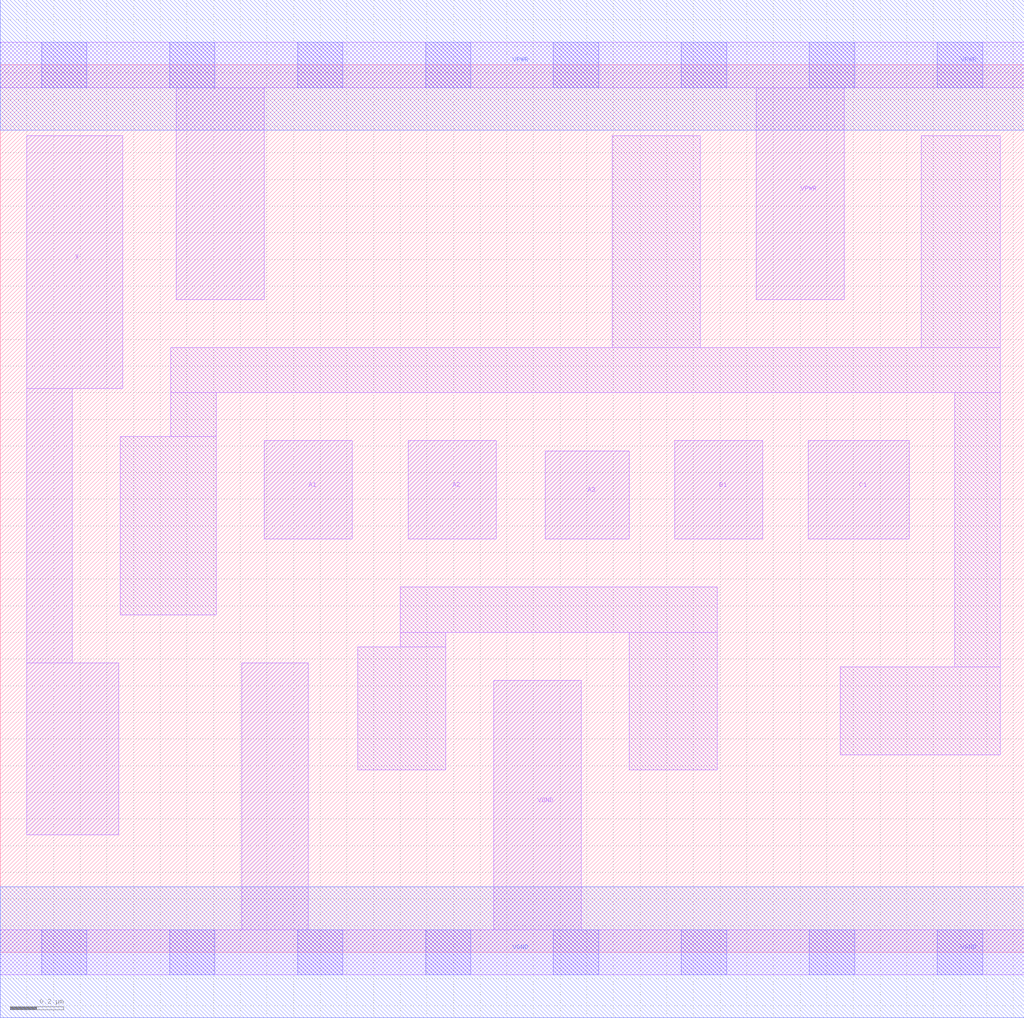
<source format=lef>
# Copyright 2020 The SkyWater PDK Authors
#
# Licensed under the Apache License, Version 2.0 (the "License");
# you may not use this file except in compliance with the License.
# You may obtain a copy of the License at
#
#     https://www.apache.org/licenses/LICENSE-2.0
#
# Unless required by applicable law or agreed to in writing, software
# distributed under the License is distributed on an "AS IS" BASIS,
# WITHOUT WARRANTIES OR CONDITIONS OF ANY KIND, either express or implied.
# See the License for the specific language governing permissions and
# limitations under the License.
#
# SPDX-License-Identifier: Apache-2.0

VERSION 5.7 ;
  NAMESCASESENSITIVE ON ;
  NOWIREEXTENSIONATPIN ON ;
  DIVIDERCHAR "/" ;
  BUSBITCHARS "[]" ;
UNITS
  DATABASE MICRONS 200 ;
END UNITS
MACRO sky130_fd_sc_lp__o311a_lp
  CLASS CORE ;
  SOURCE USER ;
  FOREIGN sky130_fd_sc_lp__o311a_lp ;
  ORIGIN  0.000000  0.000000 ;
  SIZE  3.840000 BY  3.330000 ;
  SYMMETRY X Y R90 ;
  SITE unit ;
  PIN A1
    ANTENNAGATEAREA  0.313000 ;
    DIRECTION INPUT ;
    USE SIGNAL ;
    PORT
      LAYER li1 ;
        RECT 0.990000 1.550000 1.320000 1.920000 ;
    END
  END A1
  PIN A2
    ANTENNAGATEAREA  0.313000 ;
    DIRECTION INPUT ;
    USE SIGNAL ;
    PORT
      LAYER li1 ;
        RECT 1.530000 1.550000 1.860000 1.920000 ;
    END
  END A2
  PIN A3
    ANTENNAGATEAREA  0.313000 ;
    DIRECTION INPUT ;
    USE SIGNAL ;
    PORT
      LAYER li1 ;
        RECT 2.045000 1.550000 2.360000 1.880000 ;
    END
  END A3
  PIN B1
    ANTENNAGATEAREA  0.313000 ;
    DIRECTION INPUT ;
    USE SIGNAL ;
    PORT
      LAYER li1 ;
        RECT 2.530000 1.550000 2.860000 1.920000 ;
    END
  END B1
  PIN C1
    ANTENNAGATEAREA  0.313000 ;
    DIRECTION INPUT ;
    USE SIGNAL ;
    PORT
      LAYER li1 ;
        RECT 3.030000 1.550000 3.410000 1.920000 ;
    END
  END C1
  PIN X
    ANTENNADIFFAREA  0.404700 ;
    DIRECTION OUTPUT ;
    USE SIGNAL ;
    PORT
      LAYER li1 ;
        RECT 0.100000 0.440000 0.445000 1.085000 ;
        RECT 0.100000 1.085000 0.270000 2.115000 ;
        RECT 0.100000 2.115000 0.460000 3.065000 ;
    END
  END X
  PIN VGND
    DIRECTION INOUT ;
    USE GROUND ;
    PORT
      LAYER li1 ;
        RECT 0.000000 -0.085000 3.840000 0.085000 ;
        RECT 0.905000  0.085000 1.155000 1.085000 ;
        RECT 1.850000  0.085000 2.180000 1.020000 ;
      LAYER mcon ;
        RECT 0.155000 -0.085000 0.325000 0.085000 ;
        RECT 0.635000 -0.085000 0.805000 0.085000 ;
        RECT 1.115000 -0.085000 1.285000 0.085000 ;
        RECT 1.595000 -0.085000 1.765000 0.085000 ;
        RECT 2.075000 -0.085000 2.245000 0.085000 ;
        RECT 2.555000 -0.085000 2.725000 0.085000 ;
        RECT 3.035000 -0.085000 3.205000 0.085000 ;
        RECT 3.515000 -0.085000 3.685000 0.085000 ;
      LAYER met1 ;
        RECT 0.000000 -0.245000 3.840000 0.245000 ;
    END
  END VGND
  PIN VPWR
    DIRECTION INOUT ;
    USE POWER ;
    PORT
      LAYER li1 ;
        RECT 0.000000 3.245000 3.840000 3.415000 ;
        RECT 0.660000 2.450000 0.990000 3.245000 ;
        RECT 2.835000 2.450000 3.165000 3.245000 ;
      LAYER mcon ;
        RECT 0.155000 3.245000 0.325000 3.415000 ;
        RECT 0.635000 3.245000 0.805000 3.415000 ;
        RECT 1.115000 3.245000 1.285000 3.415000 ;
        RECT 1.595000 3.245000 1.765000 3.415000 ;
        RECT 2.075000 3.245000 2.245000 3.415000 ;
        RECT 2.555000 3.245000 2.725000 3.415000 ;
        RECT 3.035000 3.245000 3.205000 3.415000 ;
        RECT 3.515000 3.245000 3.685000 3.415000 ;
      LAYER met1 ;
        RECT 0.000000 3.085000 3.840000 3.575000 ;
    END
  END VPWR
  OBS
    LAYER li1 ;
      RECT 0.450000 1.265000 0.810000 1.935000 ;
      RECT 0.640000 1.935000 0.810000 2.100000 ;
      RECT 0.640000 2.100000 3.750000 2.270000 ;
      RECT 1.340000 0.685000 1.670000 1.145000 ;
      RECT 1.500000 1.145000 1.670000 1.200000 ;
      RECT 1.500000 1.200000 2.690000 1.370000 ;
      RECT 2.295000 2.270000 2.625000 3.065000 ;
      RECT 2.360000 0.685000 2.690000 1.200000 ;
      RECT 3.150000 0.740000 3.750000 1.070000 ;
      RECT 3.455000 2.270000 3.750000 3.065000 ;
      RECT 3.580000 1.070000 3.750000 2.100000 ;
  END
END sky130_fd_sc_lp__o311a_lp

</source>
